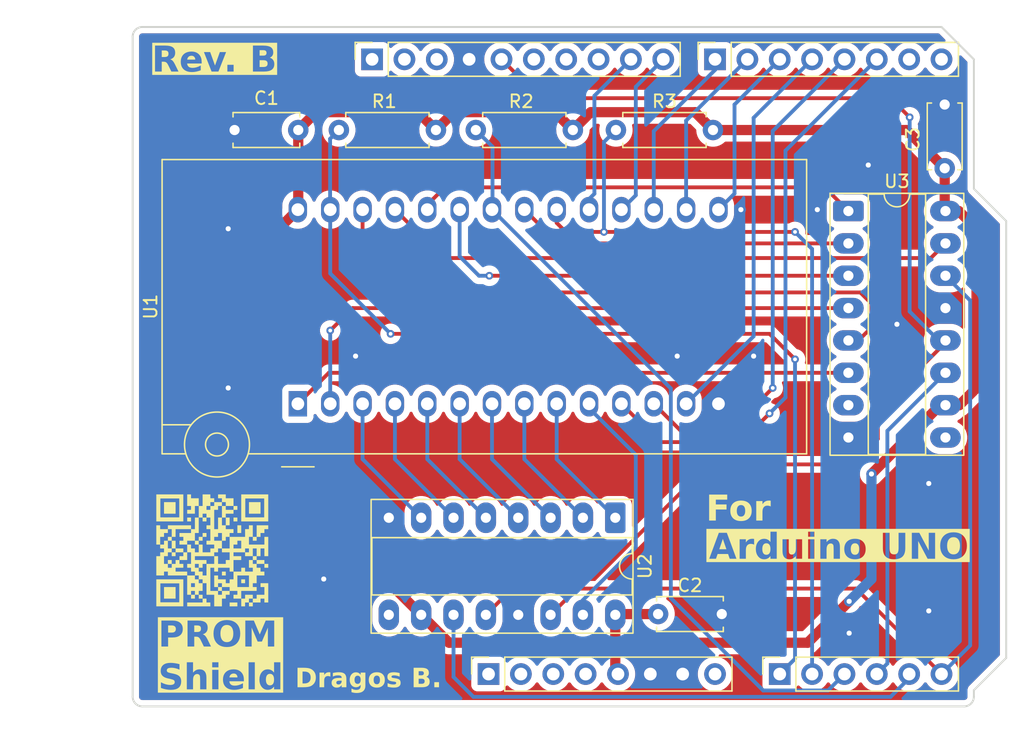
<source format=kicad_pcb>
(kicad_pcb (version 20241229) (generator "pcbnew") (generator_version "9.0")
  (title_block (title "prom-shield") (date "2026-02-14") (rev "B") (company "Dragos Bajanica"))
  (layers (0 "F.Cu" signal) (2 "B.Cu" signal) (13 "F.Paste" user) (15 "B.Paste" user) (5 "F.SilkS" user "F.Silkscreen") (7 "B.SilkS" user "B.Silkscreen") (1 "F.Mask" user) (3 "B.Mask" user) (25 "Edge.Cuts" user))
  (net 0 "")
  (net 1 "GND")
  (net 2 "/~{CE}")
  (net 3 "/~{OE}")
  (net 4 "/~{WE}")
  (net 5 "/A0")
  (net 6 "/A1")
  (net 7 "/A2")
  (net 8 "/A3")
  (net 9 "/SER")
  (net 10 "/LSR_SRCLK")
  (net 11 "/USR_SRCLK")
  (net 20 "/RCLK")
  (net 24 "/D6")
  (net 25 "/D7")
  (net 26 "/D0")
  (net 27 "VCC")
  (net 29 "/D5")
  (net 30 "/D1")
  (net 32 "/D4")
  (net 33 "/D2")
  (net 34 "/D3")
  (net 35 "/A5")
  (net 36 "/A6")
  (net 37 "/A12")
  (net 38 "/A7")
  (net 39 "/A13")
  (net 40 "/A10")
  (net 41 "/A8")
  (net 42 "/A9")
  (net 43 "/A4")
  (net 44 "/A14")
  (net 45 "/A11")
  (footprint "Connector_PinSocket_2.54mm:PinSocket_1x08_P2.54mm_Vertical" (layer "F.Cu") (at 127.94 97.46 90)
    (property "Reference" "J2" (hide yes))
    (property "Value" "Power")
    (pad "1" thru_hole rect (at 0 0 90) (size 1.7 1.7) (drill 1) (layers "*.Cu" "*.Mask"))
    (pad "2" thru_hole oval (at 0 2.54 90) (size 1.7 1.7) (drill 1) (layers "*.Cu" "*.Mask"))
    (pad "3" thru_hole oval (at 0 5.08 90) (size 1.7 1.7) (drill 1) (layers "*.Cu" "*.Mask"))
    (pad "4" thru_hole oval (at 0 7.62 90) (size 1.7 1.7) (drill 1) (layers "*.Cu" "*.Mask"))
    (pad "5" thru_hole oval (at 0 10.16 90) (size 1.7 1.7) (drill 1) (layers "*.Cu" "*.Mask") (net 27 "VCC"))
    (pad "6" thru_hole oval (at 0 12.7 90) (size 1.7 1.7) (drill 1) (layers "*.Cu" "*.Mask") (net 1 "GND"))
    (pad "7" thru_hole oval (at 0 15.24 90) (size 1.7 1.7) (drill 1) (layers "*.Cu" "*.Mask") (net 1 "GND"))
    (pad "8" thru_hole oval (at 0 17.78 90) (size 1.7 1.7) (drill 1) (layers "*.Cu" "*.Mask"))
  )
  (footprint "Connector_PinSocket_2.54mm:PinSocket_1x06_P2.54mm_Vertical" (layer "F.Cu") (at 150.8 97.46 90)
    (property "Reference" "J1" (hide yes))
    (property "Value" "Analog")
    (pad "1" thru_hole rect (at 0 0 90) (size 1.7 1.7) (drill 1) (layers "*.Cu" "*.Mask") (net 4 "/~{WE}"))
    (pad "2" thru_hole oval (at 0 2.54 90) (size 1.7 1.7) (drill 1) (layers "*.Cu" "*.Mask") (net 2 "/~{CE}"))
    (pad "3" thru_hole oval (at 0 5.08 90) (size 1.7 1.7) (drill 1) (layers "*.Cu" "*.Mask") (net 3 "/~{OE}"))
    (pad "4" thru_hole oval (at 0 7.62 90) (size 1.7 1.7) (drill 1) (layers "*.Cu" "*.Mask") (net 11 "/USR_SRCLK"))
    (pad "5" thru_hole oval (at 0 10.16 90) (size 1.7 1.7) (drill 1) (layers "*.Cu" "*.Mask") (net 10 "/LSR_SRCLK"))
    (pad "6" thru_hole oval (at 0 12.7 90) (size 1.7 1.7) (drill 1) (layers "*.Cu" "*.Mask") (net 9 "/SER"))
  )
  (footprint "Connector_PinSocket_2.54mm:PinSocket_1x10_P2.54mm_Vertical" (layer "F.Cu") (at 118.796 49.2 90)
    (property "Reference" "J3" (hide yes))
    (property "Value" "Digital/PWM")
    (pad "1" thru_hole rect (at 0 0 90) (size 1.7 1.7) (drill 1) (layers "*.Cu" "*.Mask"))
    (pad "2" thru_hole oval (at 0 2.54 90) (size 1.7 1.7) (drill 1) (layers "*.Cu" "*.Mask"))
    (pad "3" thru_hole oval (at 0 5.08 90) (size 1.7 1.7) (drill 1) (layers "*.Cu" "*.Mask"))
    (pad "4" thru_hole oval (at 0 7.62 90) (size 1.7 1.7) (drill 1) (layers "*.Cu" "*.Mask") (net 1 "GND"))
    (pad "5" thru_hole oval (at 0 10.16 90) (size 1.7 1.7) (drill 1) (layers "*.Cu" "*.Mask") (net 20 "/RCLK"))
    (pad "6" thru_hole oval (at 0 12.7 90) (size 1.7 1.7) (drill 1) (layers "*.Cu" "*.Mask"))
    (pad "7" thru_hole oval (at 0 15.24 90) (size 1.7 1.7) (drill 1) (layers "*.Cu" "*.Mask"))
    (pad "8" thru_hole oval (at 0 17.78 90) (size 1.7 1.7) (drill 1) (layers "*.Cu" "*.Mask"))
    (pad "9" thru_hole oval (at 0 20.32 90) (size 1.7 1.7) (drill 1) (layers "*.Cu" "*.Mask") (net 25 "/D7"))
    (pad "10" thru_hole oval (at 0 22.86 90) (size 1.7 1.7) (drill 1) (layers "*.Cu" "*.Mask") (net 24 "/D6"))
  )
  (footprint "Connector_PinSocket_2.54mm:PinSocket_1x08_P2.54mm_Vertical" (layer "F.Cu") (at 145.72 49.2 90)
    (property "Reference" "J4" (hide yes))
    (property "Value" "Digital/PWM")
    (pad "1" thru_hole rect (at 0 0 90) (size 1.7 1.7) (drill 1) (layers "*.Cu" "*.Mask") (net 29 "/D5"))
    (pad "2" thru_hole oval (at 0 2.54 90) (size 1.7 1.7) (drill 1) (layers "*.Cu" "*.Mask") (net 32 "/D4"))
    (pad "3" thru_hole oval (at 0 5.08 90) (size 1.7 1.7) (drill 1) (layers "*.Cu" "*.Mask") (net 34 "/D3"))
    (pad "4" thru_hole oval (at 0 7.62 90) (size 1.7 1.7) (drill 1) (layers "*.Cu" "*.Mask") (net 33 "/D2"))
    (pad "5" thru_hole oval (at 0 10.16 90) (size 1.7 1.7) (drill 1) (layers "*.Cu" "*.Mask") (net 30 "/D1"))
    (pad "6" thru_hole oval (at 0 12.7 90) (size 1.7 1.7) (drill 1) (layers "*.Cu" "*.Mask") (net 26 "/D0"))
    (pad "7" thru_hole oval (at 0 15.24 90) (size 1.7 1.7) (drill 1) (layers "*.Cu" "*.Mask"))
    (pad "8" thru_hole oval (at 0 17.78 90) (size 1.7 1.7) (drill 1) (layers "*.Cu" "*.Mask"))
  )
  (footprint "Resistor_THT:R_Axial_DIN0207_L6.3mm_D2.5mm_P7.62mm_Horizontal" (layer "F.Cu") (at 123.81 54.75 180)
    (property "Reference" "R1" (at 4.06 2.25 0) (layer "F.SilkS"))
    (property "Value" "10 kΩ" (hide yes))
    (pad "1" thru_hole circle (at 0 0 180) (size 1.6 1.6) (drill 0.8) (layers "*.Cu" "*.Mask") (net 27 "VCC"))
    (pad "2" thru_hole circle (at 7.62 0 180) (size 1.6 1.6) (drill 0.8) (layers "*.Cu" "*.Mask") (net 4 "/~{WE}"))
  )
  (footprint "Socket:DIP_Socket-28_W11.9mm_W12.7mm_W15.24mm_W17.78mm_W18.5mm_3M_228-1277-00-0602J" (layer "F.Cu") (at 112.97 76.24 90)
    (property "Reference" "U1" (at 7.62 -11.56 90) (layer "F.SilkS"))
    (property "Value" "28C256" (hide yes))
    (pad "1" thru_hole rect (at 0 0 90) (size 2 1.44) (drill 1) (layers "*.Cu" "*.Mask") (net 44 "/A14"))
    (pad "2" thru_hole oval (at 0 2.54 90) (size 2 1.44) (drill 1) (layers "*.Cu" "*.Mask") (net 37 "/A12"))
    (pad "3" thru_hole oval (at 0 5.08 90) (size 2 1.44) (drill 1) (layers "*.Cu" "*.Mask") (net 38 "/A7"))
    (pad "4" thru_hole oval (at 0 7.62 90) (size 2 1.44) (drill 1) (layers "*.Cu" "*.Mask") (net 36 "/A6"))
    (pad "5" thru_hole oval (at 0 10.16 90) (size 2 1.44) (drill 1) (layers "*.Cu" "*.Mask") (net 35 "/A5"))
    (pad "6" thru_hole oval (at 0 12.7 90) (size 2 1.44) (drill 1) (layers "*.Cu" "*.Mask") (net 43 "/A4"))
    (pad "7" thru_hole oval (at 0 15.24 90) (size 2 1.44) (drill 1) (layers "*.Cu" "*.Mask") (net 8 "/A3"))
    (pad "8" thru_hole oval (at 0 17.78 90) (size 2 1.44) (drill 1) (layers "*.Cu" "*.Mask") (net 7 "/A2"))
    (pad "9" thru_hole oval (at 0 20.32 90) (size 2 1.44) (drill 1) (layers "*.Cu" "*.Mask") (net 6 "/A1"))
    (pad "10" thru_hole oval (at 0 22.86 90) (size 2 1.44) (drill 1) (layers "*.Cu" "*.Mask") (net 5 "/A0"))
    (pad "11" thru_hole oval (at 0 25.4 90) (size 2 1.44) (drill 1) (layers "*.Cu" "*.Mask") (net 26 "/D0"))
    (pad "12" thru_hole oval (at 0 27.94 90) (size 2 1.44) (drill 1) (layers "*.Cu" "*.Mask") (net 30 "/D1"))
    (pad "13" thru_hole oval (at 0 30.48 90) (size 2 1.44) (drill 1) (layers "*.Cu" "*.Mask") (net 33 "/D2"))
    (pad "14" thru_hole oval (at 0 33.02 90) (size 2 1.44) (drill 1) (layers "*.Cu" "*.Mask") (net 1 "GND"))
    (pad "15" thru_hole oval (at 15.24 33.02 90) (size 2 1.44) (drill 1) (layers "*.Cu" "*.Mask") (net 34 "/D3"))
    (pad "16" thru_hole oval (at 15.24 30.48 90) (size 2 1.44) (drill 1) (layers "*.Cu" "*.Mask") (net 32 "/D4"))
    (pad "17" thru_hole oval (at 15.24 27.94 90) (size 2 1.44) (drill 1) (layers "*.Cu" "*.Mask") (net 29 "/D5"))
    (pad "18" thru_hole oval (at 15.24 25.4 90) (size 2 1.44) (drill 1) (layers "*.Cu" "*.Mask") (net 24 "/D6"))
    (pad "19" thru_hole oval (at 15.24 22.86 90) (size 2 1.44) (drill 1) (layers "*.Cu" "*.Mask") (net 25 "/D7"))
    (pad "20" thru_hole oval (at 15.24 20.32 90) (size 2 1.44) (drill 1) (layers "*.Cu" "*.Mask") (net 2 "/~{CE}"))
    (pad "21" thru_hole oval (at 15.24 17.78 90) (size 2 1.44) (drill 1) (layers "*.Cu" "*.Mask") (net 40 "/A10"))
    (pad "22" thru_hole oval (at 15.24 15.24 90) (size 2 1.44) (drill 1) (layers "*.Cu" "*.Mask") (net 3 "/~{OE}"))
    (pad "23" thru_hole oval (at 15.24 12.7 90) (size 2 1.44) (drill 1) (layers "*.Cu" "*.Mask") (net 45 "/A11"))
    (pad "24" thru_hole oval (at 15.24 10.16 90) (size 2 1.44) (drill 1) (layers "*.Cu" "*.Mask") (net 42 "/A9"))
    (pad "25" thru_hole oval (at 15.24 7.62 90) (size 2 1.44) (drill 1) (layers "*.Cu" "*.Mask") (net 41 "/A8"))
    (pad "26" thru_hole oval (at 15.24 5.08 90) (size 2 1.44) (drill 1) (layers "*.Cu" "*.Mask") (net 39 "/A13"))
    (pad "27" thru_hole oval (at 15.24 2.54 90) (size 2 1.44) (drill 1) (layers "*.Cu" "*.Mask") (net 4 "/~{WE}"))
    (pad "28" thru_hole oval (at 15.24 0 90) (size 2 1.44) (drill 1) (layers "*.Cu" "*.Mask") (net 27 "VCC"))
  )
  (footprint "Resistor_THT:R_Axial_DIN0207_L6.3mm_D2.5mm_P7.62mm_Horizontal" (layer "F.Cu") (at 145.56 54.75 180)
    (property "Reference" "R3" (at 3.81 2.25 0) (layer "F.SilkS"))
    (property "Value" "10 kΩ" (hide yes))
    (pad "1" thru_hole circle (at 0 0 180) (size 1.6 1.6) (drill 0.8) (layers "*.Cu" "*.Mask") (net 27 "VCC"))
    (pad "2" thru_hole circle (at 7.62 0 180) (size 1.6 1.6) (drill 0.8) (layers "*.Cu" "*.Mask") (net 2 "/~{CE}"))
  )
  (footprint "Capacitor_THT:C_Disc_D5.0mm_W2.5mm_P5.00mm" (layer "F.Cu") (at 163.75 52.75 -90)
    (property "Reference" "C3" (at 2.75 2.5 90) (layer "F.SilkS"))
    (property "Value" "0.1 µF" (hide yes))
    (pad "1" thru_hole circle (at 0 0 270) (size 1.6 1.6) (drill 0.8) (layers "*.Cu" "*.Mask") (net 1 "GND"))
    (pad "2" thru_hole circle (at 5 0 270) (size 1.6 1.6) (drill 0.8) (layers "*.Cu" "*.Mask") (net 27 "VCC"))
  )
  (footprint "Resistor_THT:R_Axial_DIN0207_L6.3mm_D2.5mm_P7.62mm_Horizontal" (layer "F.Cu") (at 134.56 54.75 180)
    (property "Reference" "R2" (at 4.06 2.25 0) (layer "F.SilkS"))
    (property "Value" "10 kΩ" (hide yes))
    (pad "1" thru_hole circle (at 0 0 180) (size 1.6 1.6) (drill 0.8) (layers "*.Cu" "*.Mask") (net 27 "VCC"))
    (pad "2" thru_hole circle (at 7.62 0 180) (size 1.6 1.6) (drill 0.8) (layers "*.Cu" "*.Mask") (net 3 "/~{OE}"))
  )
  (footprint "Package_DIP:DIP-16_W7.62mm_Socket_LongPads" (layer "F.Cu") (at 137.89 85.19 -90)
    (property "Reference" "U2" (at 3.81 -2.33 90) (layer "F.SilkS"))
    (property "Value" "74HC595" (hide yes))
    (pad "1" thru_hole roundrect (at 0 0 270) (size 2.4 1.6) (drill 0.8) (layers "*.Cu" "*.Mask") (roundrect_rratio 0.15625) (net 6 "/A1"))
    (pad "2" thru_hole oval (at 0 2.54 270) (size 2.4 1.6) (drill 0.8) (layers "*.Cu" "*.Mask") (net 7 "/A2"))
    (pad "3" thru_hole oval (at 0 5.08 270) (size 2.4 1.6) (drill 0.8) (layers "*.Cu" "*.Mask") (net 8 "/A3"))
    (pad "4" thru_hole oval (at 0 7.62 270) (size 2.4 1.6) (drill 0.8) (layers "*.Cu" "*.Mask") (net 43 "/A4"))
    (pad "5" thru_hole oval (at 0 10.16 270) (size 2.4 1.6) (drill 0.8) (layers "*.Cu" "*.Mask") (net 35 "/A5"))
    (pad "6" thru_hole oval (at 0 12.7 270) (size 2.4 1.6) (drill 0.8) (layers "*.Cu" "*.Mask") (net 36 "/A6"))
    (pad "7" thru_hole oval (at 0 15.24 270) (size 2.4 1.6) (drill 0.8) (layers "*.Cu" "*.Mask") (net 38 "/A7"))
    (pad "8" thru_hole oval (at 0 17.78 270) (size 2.4 1.6) (drill 0.8) (layers "*.Cu" "*.Mask") (net 1 "GND"))
    (pad "9" thru_hole oval (at 7.62 17.78 270) (size 2.4 1.6) (drill 0.8) (layers "*.Cu" "*.Mask"))
    (pad "10" thru_hole oval (at 7.62 15.24 270) (size 2.4 1.6) (drill 0.8) (layers "*.Cu" "*.Mask") (net 27 "VCC"))
    (pad "11" thru_hole oval (at 7.62 12.7 270) (size 2.4 1.6) (drill 0.8) (layers "*.Cu" "*.Mask") (net 10 "/LSR_SRCLK"))
    (pad "12" thru_hole oval (at 7.62 10.16 270) (size 2.4 1.6) (drill 0.8) (layers "*.Cu" "*.Mask") (net 20 "/RCLK"))
    (pad "13" thru_hole oval (at 7.62 7.62 270) (size 2.4 1.6) (drill 0.8) (layers "*.Cu" "*.Mask") (net 1 "GND"))
    (pad "14" thru_hole oval (at 7.62 5.08 270) (size 2.4 1.6) (drill 0.8) (layers "*.Cu" "*.Mask") (net 9 "/SER"))
    (pad "15" thru_hole oval (at 7.62 2.54 270) (size 2.4 1.6) (drill 0.8) (layers "*.Cu" "*.Mask") (net 5 "/A0"))
    (pad "16" thru_hole oval (at 7.62 0 270) (size 2.4 1.6) (drill 0.8) (layers "*.Cu" "*.Mask") (net 27 "VCC"))
  )
  (footprint "custom:qr" (layer "F.Cu") (at 106.25 87.75)
    (property "Reference" "G***" (hide yes))
    (property "Value" "LOGO" (hide yes))
  )
  (footprint "Package_DIP:DIP-16_W7.62mm_Socket_LongPads" (layer "F.Cu") (at 156.19 61.11)
    (property "Reference" "U3" (at 3.81 -2.33 0) (layer "F.SilkS"))
    (property "Value" "74HC595" (hide yes))
    (pad "1" thru_hole roundrect (at 0 0) (size 2.4 1.6) (drill 0.8) (layers "*.Cu" "*.Mask") (roundrect_rratio 0.15625) (net 42 "/A9"))
    (pad "2" thru_hole oval (at 0 2.54) (size 2.4 1.6) (drill 0.8) (layers "*.Cu" "*.Mask") (net 40 "/A10"))
    (pad "3" thru_hole oval (at 0 5.08) (size 2.4 1.6) (drill 0.8) (layers "*.Cu" "*.Mask") (net 45 "/A11"))
    (pad "4" thru_hole oval (at 0 7.62) (size 2.4 1.6) (drill 0.8) (layers "*.Cu" "*.Mask") (net 37 "/A12"))
    (pad "5" thru_hole oval (at 0 10.16) (size 2.4 1.6) (drill 0.8) (layers "*.Cu" "*.Mask") (net 39 "/A13"))
    (pad "6" thru_hole oval (at 0 12.7) (size 2.4 1.6) (drill 0.8) (layers "*.Cu" "*.Mask") (net 44 "/A14"))
    (pad "7" thru_hole oval (at 0 15.24) (size 2.4 1.6) (drill 0.8) (layers "*.Cu" "*.Mask"))
    (pad "8" thru_hole oval (at 0 17.78) (size 2.4 1.6) (drill 0.8) (layers "*.Cu" "*.Mask") (net 1 "GND"))
    (pad "9" thru_hole oval (at 7.62 17.78) (size 2.4 1.6) (drill 0.8) (layers "*.Cu" "*.Mask"))
    (pad "10" thru_hole oval (at 7.62 15.24) (size 2.4 1.6) (drill 0.8) (layers "*.Cu" "*.Mask") (net 27 "VCC"))
    (pad "11" thru_hole oval (at 7.62 12.7) (size 2.4 1.6) (drill 0.8) (layers "*.Cu" "*.Mask") (net 11 "/USR_SRCLK"))
    (pad "12" thru_hole oval (at 7.62 10.16) (size 2.4 1.6) (drill 0.8) (layers "*.Cu" "*.Mask") (net 20 "/RCLK"))
    (pad "13" thru_hole oval (at 7.62 7.62) (size 2.4 1.6) (drill 0.8) (layers "*.Cu" "*.Mask") (net 1 "GND"))
    (pad "14" thru_hole oval (at 7.62 5.08) (size 2.4 1.6) (drill 0.8) (layers "*.Cu" "*.Mask") (net 9 "/SER"))
    (pad "15" thru_hole oval (at 7.62 2.54) (size 2.4 1.6) (drill 0.8) (layers "*.Cu" "*.Mask") (net 41 "/A8"))
    (pad "16" thru_hole oval (at 7.62 0) (size 2.4 1.6) (drill 0.8) (layers "*.Cu" "*.Mask") (net 27 "VCC"))
  )
  (footprint "Capacitor_THT:C_Disc_D5.0mm_W2.5mm_P5.00mm" (layer "F.Cu") (at 108 54.75)
    (property "Reference" "C1" (at 2.5 -2.5 0) (layer "F.SilkS"))
    (property "Value" "0.1 µF" (hide yes))
    (pad "1" thru_hole circle (at 0 0) (size 1.6 1.6) (drill 0.8) (layers "*.Cu" "*.Mask") (net 1 "GND"))
    (pad "2" thru_hole circle (at 5 0) (size 1.6 1.6) (drill 0.8) (layers "*.Cu" "*.Mask") (net 27 "VCC"))
  )
  (footprint "Capacitor_THT:C_Disc_D5.0mm_W2.5mm_P5.00mm" (layer "F.Cu") (at 146.25 92.75 180)
    (property "Reference" "C2" (at 2.5 2.25 0) (layer "F.SilkS"))
    (property "Value" "0.1 µF" (hide yes))
    (pad "1" thru_hole circle (at 0 0 180) (size 1.6 1.6) (drill 0.8) (layers "*.Cu" "*.Mask") (net 1 "GND"))
    (pad "2" thru_hole circle (at 5 0 180) (size 1.6 1.6) (drill 0.8) (layers "*.Cu" "*.Mask") (net 27 "VCC"))
  )
  (gr_line (start 166.04 59.36) (end 168.58 61.9) (stroke (width 0.15)) (layer "Edge.Cuts"))
  (gr_line (start 100 99.238) (end 100 47.422) (stroke (width 0.15)) (layer "Edge.Cuts"))
  (gr_line (start 168.58 61.9) (end 168.58 96.19) (stroke (width 0.15)) (layer "Edge.Cuts"))
  (gr_line (start 165.278 100) (end 100.762 100) (stroke (width 0.15)) (layer "Edge.Cuts"))
  (gr_line (start 100.762 46.66) (end 163.5 46.66) (stroke (width 0.15)) (layer "Edge.Cuts"))
  (gr_arc (start 100.762 100) (mid 100.223185 99.776815) (end 100 99.238) (stroke (width 0.15)) (layer "Edge.Cuts"))
  (gr_line (start 168.58 96.19) (end 166.04 98.73) (stroke (width 0.15)) (layer "Edge.Cuts"))
  (gr_line (start 163.5 46.66) (end 166.04 49.2) (stroke (width 0.15)) (layer "Edge.Cuts"))
  (gr_arc (start 166.04 99.238) (mid 165.816815 99.776815) (end 165.278 100) (stroke (width 0.15)) (layer "Edge.Cuts"))
  (gr_line (start 166.04 49.2) (end 166.04 59.36) (stroke (width 0.15)) (layer "Edge.Cuts"))
  (gr_line (start 166.04 98.73) (end 166.04 99.238) (stroke (width 0.15)) (layer "Edge.Cuts"))
  (gr_arc (start 100 47.422) (mid 100.223185 46.883185) (end 100.762 46.66) (stroke (width 0.15)) (layer "Edge.Cuts"))
  (gr_text "Rev. B" (at 101.5 50.5 0) (layer "F.SilkS" knockout) (effects (font (size 2 2)) (justify left bottom)))
  (gr_text "Dragos B." (at 112.75 98.75 0) (layer "F.SilkS") (effects (font (size 1.5 1.5)) (justify left bottom)))
  (gr_text "For" (at 145 85.75 0) (layer "F.SilkS") (effects (font (size 2 2)) (justify left bottom)))
  (gr_text "PROM\nShield" (at 102 99 0) (layer "F.SilkS" knockout) (effects (font (size 2 2)) (justify left bottom)))
  (gr_text "Arduino UNO" (at 145.25 88.75 0) (layer "F.SilkS" knockout) (effects (font (size 2 2)) (justify left bottom)))
  (segment (start 148.75 72.5) (end 142.75 72.5) (width 0.5) (layer "F.Cu") (net 1))
  (segment (start 153.75 61) (end 147.75 61) (width 0.5) (layer "F.Cu") (net 1))
  (via (at 160 70) (size 0.8) (drill 0.4) (layers "F.Cu" "B.Cu") (net 1))
  (via (at 157.75 57.5) (size 0.8) (drill 0.4) (layers "F.Cu" "B.Cu") (net 1))
  (via (at 117.5 72.5) (size 0.8) (drill 0.4) (layers "F.Cu" "B.Cu") (net 1))
  (via (at 142.75 72.5) (size 0.8) (drill 0.4) (layers "F.Cu" "B.Cu") (net 1))
  (via (at 156.25 94.25) (size 0.8) (drill 0.4) (layers "F.Cu" "B.Cu") (net 1))
  (via (at 107.5 75) (size 0.8) (drill 0.4) (layers "F.Cu" "B.Cu") (net 1))
  (via (at 153.75 61) (size 0.8) (drill 0.4) (layers "F.Cu" "B.Cu") (net 1))
  (via (at 147.75 61) (size 0.8) (drill 0.4) (layers "F.Cu" "B.Cu") (net 1))
  (via (at 162.5 92.5) (size 0.8) (drill 0.4) (layers "F.Cu" "B.Cu") (net 1))
  (via (at 115 90) (size 0.8) (drill 0.4) (layers "F.Cu" "B.Cu") (net 1))
  (via (at 107.5 62.5) (size 0.8) (drill 0.4) (layers "F.Cu" "B.Cu") (net 1))
  (via (at 148.75 72.5) (size 0.8) (drill 0.4) (layers "F.Cu" "B.Cu") (net 1))
  (via (at 162.5 82.5) (size 0.8) (drill 0.4) (layers "F.Cu" "B.Cu") (net 1))
  (segment (start 134 62.75) (end 133.29 62.04) (width 0.3) (layer "F.Cu") (net 2))
  (segment (start 133.29 62.04) (end 133.29 61) (width 0.3) (layer "F.Cu") (net 2))
  (segment (start 137 62.75) (end 134 62.75) (width 0.3) (layer "F.Cu") (net 2))
  (segment (start 152 62.75) (end 137 62.75) (width 0.3) (layer "F.Cu") (net 2))
  (via (at 137 62.75) (size 0.6) (drill 0.3) (layers "F.Cu" "B.Cu") (net 2))
  (via (at 152 62.75) (size 0.6) (drill 0.3) (layers "F.Cu" "B.Cu") (net 2))
  (segment (start 152 62.75) (end 153.34 64.09) (width 0.3) (layer "B.Cu") (net 2))
  (segment (start 137.94 54.75) (end 137 55.69) (width 0.3) (layer "B.Cu") (net 2))
  (segment (start 153.34 64.09) (end 153.34 97.46) (width 0.3) (layer "B.Cu") (net 2))
  (segment (start 137 55.69) (end 137 62.75) (width 0.3) (layer "B.Cu") (net 2))
  (segment (start 154.59 98.75) (end 155.88 97.46) (width 0.3) (layer "B.Cu") (net 3))
  (segment (start 128.25 60.96) (end 128.21 61) (width 0.3) (layer "B.Cu") (net 3))
  (segment (start 142.25 91.5) (end 149.5 98.75) (width 0.3) (layer "B.Cu") (net 3))
  (segment (start 126.94 54.75) (end 128.25 56.06) (width 0.3) (layer "B.Cu") (net 3))
  (segment (start 128.25 56.06) (end 128.25 60.96) (width 0.3) (layer "B.Cu") (net 3))
  (segment (start 149.5 98.75) (end 154.59 98.75) (width 0.3) (layer "B.Cu") (net 3))
  (segment (start 142.25 75.04) (end 142.25 91.5) (width 0.3) (layer "B.Cu") (net 3))
  (segment (start 128.21 61) (end 142.25 75.04) (width 0.3) (layer "B.Cu") (net 3))
  (segment (start 120.25 70.75) (end 150 70.75) (width 0.3) (layer "F.Cu") (net 4))
  (segment (start 150 70.75) (end 152 72.75) (width 0.3) (layer "F.Cu") (net 4))
  (via (at 152 72.75) (size 0.6) (drill 0.3) (layers "F.Cu" "B.Cu") (net 4))
  (via (at 120.25 70.75) (size 0.6) (drill 0.3) (layers "F.Cu" "B.Cu") (net 4))
  (segment (start 152 72.75) (end 152 96.26) (width 0.3) (layer "B.Cu") (net 4))
  (segment (start 115.51 66.01) (end 115.51 61) (width 0.3) (layer "B.Cu") (net 4))
  (segment (start 115.5 55.44) (end 115.5 60.99) (width 0.3) (layer "B.Cu") (net 4))
  (segment (start 120.25 70.75) (end 115.51 66.01) (width 0.3) (layer "B.Cu") (net 4))
  (segment (start 115.5 60.99) (end 115.51 61) (width 0.3) (layer "B.Cu") (net 4))
  (segment (start 152 96.26) (end 150.8 97.46) (width 0.3) (layer "B.Cu") (net 4))
  (segment (start 116.19 54.75) (end 115.5 55.44) (width 0.3) (layer "B.Cu") (net 4))
  (segment (start 135.35 92.81) (end 135.35 91.65) (width 0.3) (layer "B.Cu") (net 5))
  (segment (start 135.83 76.58) (end 135.83 76.24) (width 0.3) (layer "B.Cu") (net 5))
  (segment (start 139.5 87.5) (end 139.5 80.25) (width 0.3) (layer "B.Cu") (net 5))
  (segment (start 139.5 80.25) (end 135.83 76.58) (width 0.3) (layer "B.Cu") (net 5))
  (segment (start 135.35 91.65) (end 139.5 87.5) (width 0.3) (layer "B.Cu") (net 5))
  (segment (start 133.29 80.59) (end 137.89 85.19) (width 0.3) (layer "B.Cu") (net 6))
  (segment (start 133.29 76.24) (end 133.29 80.59) (width 0.3) (layer "B.Cu") (net 6))
  (segment (start 130.75 76.24) (end 130.75 80.59) (width 0.3) (layer "B.Cu") (net 7))
  (segment (start 130.75 80.59) (end 135.35 85.19) (width 0.3) (layer "B.Cu") (net 7))
  (segment (start 128.21 80.59) (end 132.81 85.19) (width 0.3) (layer "B.Cu") (net 8))
  (segment (start 128.21 76.24) (end 128.21 80.59) (width 0.3) (layer "B.Cu") (net 8))
  (segment (start 156.79 90.75) (end 134.87 90.75) (width 0.3) (layer "F.Cu") (net 9))
  (segment (start 163.5 97.46) (end 156.79 90.75) (width 0.3) (layer "F.Cu") (net 9))
  (segment (start 134.87 90.75) (end 132.81 92.81) (width 0.3) (layer "F.Cu") (net 9))
  (segment (start 165.75 95.21) (end 163.5 97.46) (width 0.3) (layer "B.Cu") (net 9))
  (segment (start 163.81 66.19) (end 165.75 68.13) (width 0.3) (layer "B.Cu") (net 9))
  (segment (start 165.75 68.13) (end 165.75 95.21) (width 0.3) (layer "B.Cu") (net 9))
  (segment (start 125.19 97.69) (end 125.19 92.81) (width 0.3) (layer "B.Cu") (net 10))
  (segment (start 159.5 99.25) (end 126.75 99.25) (width 0.3) (layer "B.Cu") (net 10))
  (segment (start 126.75 99.25) (end 125.19 97.69) (width 0.3) (layer "B.Cu") (net 10))
  (segment (start 160.96 97.46) (end 160.96 97.79) (width 0.3) (layer "B.Cu") (net 10))
  (segment (start 160.96 97.79) (end 159.5 99.25) (width 0.3) (layer "B.Cu") (net 10))
  (segment (start 163.81 73.81) (end 159.25 78.37) (width 0.3) (layer "B.Cu") (net 11))
  (segment (start 159.25 96.63) (end 158.42 97.46) (width 0.3) (layer "B.Cu") (net 11))
  (segment (start 159.25 78.37) (end 159.25 96.63) (width 0.3) (layer "B.Cu") (net 11))
  (segment (start 132.006 52.25) (end 128.956 49.2) (width 0.3) (layer "F.Cu") (net 20))
  (segment (start 158.5 76.75) (end 158.5 79) (width 0.3) (layer "F.Cu") (net 20))
  (segment (start 136.25 90) (end 130.54 90) (width 0.3) (layer "F.Cu") (net 20))
  (segment (start 163.81 71.44) (end 158.5 76.75) (width 0.3) (layer "F.Cu") (net 20))
  (segment (start 161 53.75) (end 159.5 52.25) (width 0.3) (layer "F.Cu") (net 20))
  (segment (start 159.5 52.25) (end 132.006 52.25) (width 0.3) (layer "F.Cu") (net 20))
  (segment (start 158.5 79) (end 156.5 81) (width 0.3) (layer "F.Cu") (net 20))
  (segment (start 163.81 71.27) (end 163.81 71.44) (width 0.3) (layer "F.Cu") (net 20))
  (segment (start 145.25 81) (end 136.25 90) (width 0.3) (layer "F.Cu") (net 20))
  (segment (start 130.54 90) (end 127.73 92.81) (width 0.3) (layer "F.Cu") (net 20))
  (segment (start 156.5 81) (end 145.25 81) (width 0.3) (layer "F.Cu") (net 20))
  (via (at 161 53.75) (size 0.6) (drill 0.3) (layers "F.Cu" "B.Cu") (net 20))
  (segment (start 161 53.75) (end 161 69) (width 0.3) (layer "B.Cu") (net 20))
  (segment (start 161 69) (end 163.27 71.27) (width 0.3) (layer "B.Cu") (net 20))
  (segment (start 163.27 71.27) (end 163.81 71.27) (width 0.3) (layer "B.Cu") (net 20))
  (segment (start 139.5 59.87) (end 138.37 61) (width 0.3) (layer "B.Cu") (net 24))
  (segment (start 139.5 51.356) (end 139.5 59.87) (width 0.3) (layer "B.Cu") (net 24))
  (segment (start 141.656 49.2) (end 139.5 51.356) (width 0.3) (layer "B.Cu") (net 24))
  (segment (start 139.116 49.2) (end 136.25 52.066) (width 0.3) (layer "B.Cu") (net 25))
  (segment (start 136.25 59.75) (end 135.83 60.17) (width 0.3) (layer "B.Cu") (net 25))
  (segment (start 135.83 60.17) (end 135.83 61) (width 0.3) (layer "B.Cu") (net 25))
  (segment (start 136.25 52.066) (end 136.25 59.75) (width 0.3) (layer "B.Cu") (net 25))
  (segment (start 150 77) (end 147.75 79.25) (width 0.3) (layer "F.Cu") (net 26))
  (segment (start 141.38 79.25) (end 138.37 76.24) (width 0.3) (layer "F.Cu") (net 26))
  (segment (start 147.75 79.25) (end 141.38 79.25) (width 0.3) (layer "F.Cu") (net 26))
  (via (at 150 77) (size 0.6) (drill 0.3) (layers "F.Cu" "B.Cu") (net 26))
  (segment (start 151.25 56.37) (end 151.25 75.75) (width 0.3) (layer "B.Cu") (net 26))
  (segment (start 158.42 49.2) (end 151.25 56.37) (width 0.3) (layer "B.Cu") (net 26))
  (segment (start 151.25 75.75) (end 150 77) (width 0.3) (layer "B.Cu") (net 26))
  (segment (start 137.89 97.25) (end 138.1 97.46) (width 0.8) (layer "F.Cu") (net 27))
  (segment (start 123.81 54.75) (end 125.211 53.349) (width 0.8) (layer "F.Cu") (net 27))
  (segment (start 163.75 57.75) (end 163.75 61.05) (width 0.8) (layer "F.Cu") (net 27))
  (segment (start 137.64 95) (end 137.89 95.25) (width 0.8) (layer "F.Cu") (net 27))
  (segment (start 160.75 54.75) (end 163.75 57.75) (width 0.8) (layer "F.Cu") (net 27))
  (segment (start 137.95 92.75) (end 137.89 92.81) (width 0.8) (layer "F.Cu") (net 27))
  (segment (start 145.56 54.75) (end 160.75 54.75) (width 0.8) (layer "F.Cu") (net 27))
  (segment (start 135.961 53.349) (end 144.159 53.349) (width 0.8) (layer "F.Cu") (net 27))
  (segment (start 111.25 81.41) (end 122.65 92.81) (width 0.8) (layer "F.Cu") (net 27))
  (segment (start 138.14 95) (end 137.89 95.25) (width 0.8) (layer "F.Cu") (net 27))
  (segment (start 166.25 75) (end 164.9 76.35) (width 0.8) (layer "F.Cu") (net 27))
  (segment (start 163.4 76.35) (end 163.81 76.35) (width 0.8) (layer "F.Cu") (net 27))
  (segment (start 113 54.75) (end 113 60.97) (width 0.8) (layer "F.Cu") (net 27))
  (segment (start 114.401 53.349) (end 122.409 53.349) (width 0.8) (layer "F.Cu") (net 27))
  (segment (start 133.159 53.349) (end 134.56 54.75) (width 0.8) (layer "F.Cu") (net 27))
  (segment (start 122.65 92.81) (end 124.84 95) (width 0.8) (layer "F.Cu") (net 27))
  (segment (start 111.25 62.72) (end 111.25 81.41) (width 0.8) (layer "F.Cu") (net 27))
  (segment (start 113 54.75) (end 114.401 53.349) (width 0.8) (layer "F.Cu") (net 27))
  (segment (start 153 95) (end 138.14 95) (width 0.8) (layer "F.Cu") (net 27))
  (segment (start 164.9 76.35) (end 163.81 76.35) (width 0.8) (layer "F.Cu") (net 27))
  (segment (start 144.159 53.349) (end 145.56 54.75) (width 0.8) (layer "F.Cu") (net 27))
  (segment (start 163.81 61.11) (end 164.86 61.11) (width 0.8) (layer "F.Cu") (net 27))
  (segment (start 164.86 61.11) (end 166.25 62.5) (width 0.8) (layer "F.Cu") (net 27))
  (segment (start 156.25 91.75) (end 153 95) (width 0.8) (layer "F.Cu") (net 27))
  (segment (start 141.25 92.75) (end 137.95 92.75) (width 0.8) (layer "F.Cu") (net 27))
  (segment (start 113 60.97) (end 112.97 61) (width 0.8) (layer "F.Cu") (net 27))
  (segment (start 163.75 61.05) (end 163.81 61.11) (width 0.8) (layer "F.Cu") (net 27))
  (segment (start 166.25 62.5) (end 166.25 75) (width 0.8) (layer "F.Cu") (net 27))
  (segment (start 124.84 95) (end 137.64 95) (width 0.8) (layer "F.Cu") (net 27))
  (segment (start 125.211 53.349) (end 133.159 53.349) (width 0.8) (layer "F.Cu") (net 27))
  (segment (start 122.409 53.349) (end 123.81 54.75) (width 0.8) (layer "F.Cu") (net 27))
  (segment (start 158 81.75) (end 163.4 76.35) (width 0.8) (layer "F.Cu") (net 27))
  (segment (start 137.89 95.25) (end 137.89 97.25) (width 0.8) (layer "F.Cu") (net 27))
  (segment (start 112.97 61) (end 111.25 62.72) (width 0.8) (layer "F.Cu") (net 27))
  (segment (start 134.56 54.75) (end 135.961 53.349) (width 0.8) (layer "F.Cu") (net 27))
  (segment (start 137.89 92.81) (end 137.89 95.25) (width 0.8) (layer "F.Cu") (net 27))
  (via (at 156.25 91.75) (size 0.8) (drill 0.4) (layers "F.Cu" "B.Cu") (net 27))
  (via (at 158 81.75) (size 0.8) (drill 0.4) (layers "F.Cu" "B.Cu") (net 27))
  (segment (start 158 90) (end 158 81.75) (width 0.8) (layer "B.Cu") (net 27))
  (segment (start 156.25 91.75) (end 158 90) (width 0.8) (layer "B.Cu") (net 27))
  (segment (start 145.72 50.03) (end 140.91 54.84) (width 0.3) (layer "B.Cu") (net 29))
  (segment (start 140.91 54.84) (end 140.91 61) (width 0.3) (layer "B.Cu") (net 29))
  (segment (start 145.72 49.2) (end 145.72 50.03) (width 0.3) (layer "B.Cu") (net 29))
  (segment (start 143.17 78.5) (end 140.91 76.24) (width 0.3) (layer "F.Cu") (net 30))
  (segment (start 146.75 78.5) (end 143.17 78.5) (width 0.3) (layer "F.Cu") (net 30))
  (segment (start 150.25 75) (end 146.75 78.5) (width 0.3) (layer "F.Cu") (net 30))
  (via (at 150.25 75) (size 0.6) (drill 0.3) (layers "F.Cu" "B.Cu") (net 30))
  (segment (start 155.88 49.2) (end 150.25 54.83) (width 0.3) (layer "B.Cu") (net 30))
  (segment (start 150.25 54.83) (end 150.25 75) (width 0.3) (layer "B.Cu") (net 30))
  (segment (start 148.26 49.2) (end 143.45 54.01) (width 0.3) (layer "B.Cu") (net 32))
  (segment (start 143.45 54.01) (end 143.45 61) (width 0.3) (layer "B.Cu") (net 32))
  (segment (start 148.75 53.79) (end 148.75 70.94) (width 0.3) (layer "B.Cu") (net 33))
  (segment (start 148.75 70.94) (end 143.45 76.24) (width 0.3) (layer "B.Cu") (net 33))
  (segment (start 153.34 49.2) (end 148.75 53.79) (width 0.3) (layer "B.Cu") (net 33))
  (segment (start 150.8 49.2) (end 147.25 52.75) (width 0.3) (layer "B.Cu") (net 34))
  (segment (start 147.25 52.75) (end 147.25 59.74) (width 0.3) (layer "B.Cu") (net 34))
  (segment (start 147.25 59.74) (end 145.99 61) (width 0.3) (layer "B.Cu") (net 34))
  (segment (start 123.13 76.24) (end 123.13 80.59) (width 0.3) (layer "B.Cu") (net 35))
  (segment (start 123.13 80.59) (end 127.73 85.19) (width 0.3) (layer "B.Cu") (net 35))
  (segment (start 120.59 76.24) (end 120.59 80.59) (width 0.3) (layer "B.Cu") (net 36))
  (segment (start 120.59 80.59) (end 125.19 85.19) (width 0.3) (layer "B.Cu") (net 36))
  (segment (start 117.27 68.73) (end 156.19 68.73) (width 0.3) (layer "F.Cu") (net 37))
  (segment (start 115.51 70.49) (end 117.27 68.73) (width 0.3) (layer "F.Cu") (net 37))
  (via (at 115.51 70.49) (size 0.6) (drill 0.3) (layers "F.Cu" "B.Cu") (net 37))
  (segment (start 115.51 70.49) (end 115.51 76.24) (width 0.3) (layer "B.Cu") (net 37))
  (segment (start 118.05 76.24) (end 118.05 80.59) (width 0.3) (layer "B.Cu") (net 38))
  (segment (start 118.05 80.59) (end 122.65 85.19) (width 0.3) (layer "B.Cu") (net 38))
  (segment (start 120.75 67.5) (end 118.05 64.8) (width 0.3) (layer "F.Cu") (net 39))
  (segment (start 156.19 71.27) (end 156.98 71.27) (width 0.3) (layer "F.Cu") (net 39))
  (segment (start 118.05 64.8) (end 118.05 61) (width 0.3) (layer "F.Cu") (net 39))
  (segment (start 158 70.25) (end 158 68.375) (width 0.3) (layer "F.Cu") (net 39))
  (segment (start 156.98 71.27) (end 158 70.25) (width 0.3) (layer "F.Cu") (net 39))
  (segment (start 157.125 67.5) (end 120.75 67.5) (width 0.3) (layer "F.Cu") (net 39))
  (segment (start 158 68.375) (end 157.125 67.5) (width 0.3) (layer "F.Cu") (net 39))
  (segment (start 133.4 63.65) (end 130.75 61) (width 0.3) (layer "F.Cu") (net 40))
  (segment (start 156.19 63.65) (end 133.4 63.65) (width 0.3) (layer "F.Cu") (net 40))
  (segment (start 163.81 63.65) (end 162.659 64.801) (width 0.3) (layer "F.Cu") (net 41))
  (segment (start 124.391 64.801) (end 120.59 61) (width 0.3) (layer "F.Cu") (net 41))
  (segment (start 162.659 64.801) (end 124.391 64.801) (width 0.3) (layer "F.Cu") (net 41))
  (segment (start 123.13 60.62) (end 124.5 59.25) (width 0.3) (layer "F.Cu") (net 42))
  (segment (start 156.19 61.11) (end 154.33 59.25) (width 0.3) (layer "F.Cu") (net 42))
  (segment (start 154.33 59.25) (end 124.5 59.25) (width 0.3) (layer "F.Cu") (net 42))
  (segment (start 123.13 61) (end 123.13 60.62) (width 0.3) (layer "F.Cu") (net 42))
  (segment (start 125.67 80.59) (end 130.27 85.19) (width 0.3) (layer "B.Cu") (net 43))
  (segment (start 125.67 76.24) (end 125.67 80.59) (width 0.3) (layer "B.Cu") (net 43))
  (segment (start 156.19 73.81) (end 115.4 73.81) (width 0.3) (layer "F.Cu") (net 44))
  (segment (start 115.4 73.81) (end 112.97 76.24) (width 0.3) (layer "F.Cu") (net 44))
  (segment (start 128 66.19) (end 156.19 66.19) (width 0.3) (layer "F.Cu") (net 45))
  (via (at 128 66.19) (size 0.6) (drill 0.3) (layers "F.Cu" "B.Cu") (net 45))
  (segment (start 125.67 64.67) (end 125.67 61) (width 0.3) (layer "B.Cu") (net 45))
  (segment (start 128 66.19) (end 127.19 66.19) (width 0.3) (layer "B.Cu") (net 45))
  (segment (start 127.19 66.19) (end 125.67 64.67) (width 0.3) (layer "B.Cu") (net 45))
  (zone (net 1) (net_name "GND") (layers "F.Cu" "B.Cu") (name "Ground") (connect_pads yes (clearance 0.508)) (min_thickness 0.25) (fill yes (thermal_gap 0.5) (thermal_bridge_width 0.5))
    (polygon (pts (xy 100 100) (xy 100 46.5) (xy 170 46.5) (xy 170 100)))
  )
)
</source>
